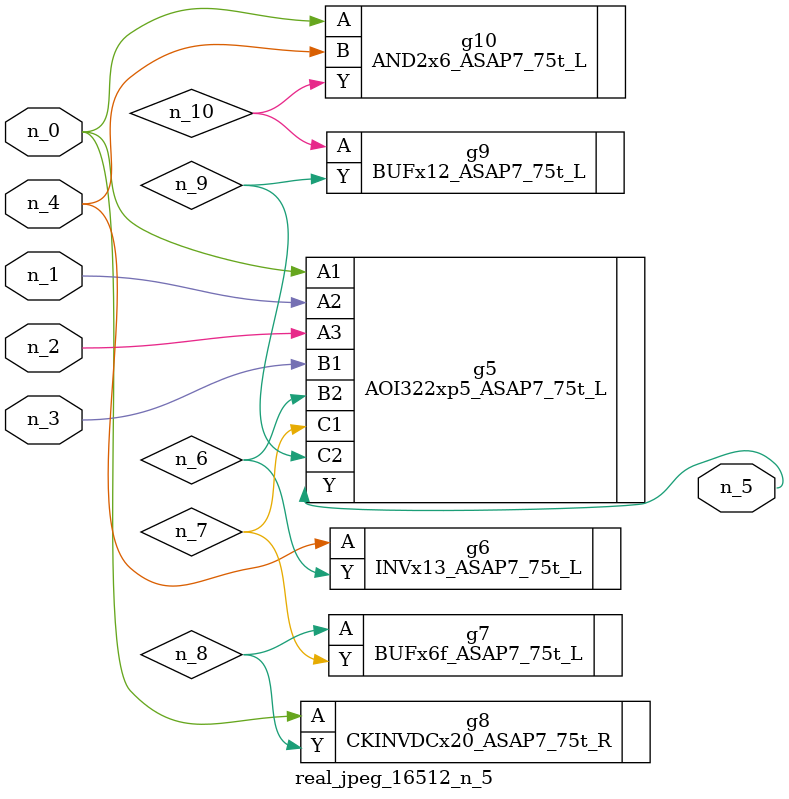
<source format=v>
module real_jpeg_16512_n_5 (n_4, n_0, n_1, n_2, n_3, n_5);

input n_4;
input n_0;
input n_1;
input n_2;
input n_3;

output n_5;

wire n_8;
wire n_6;
wire n_7;
wire n_10;
wire n_9;

AOI322xp5_ASAP7_75t_L g5 ( 
.A1(n_0),
.A2(n_1),
.A3(n_2),
.B1(n_3),
.B2(n_6),
.C1(n_7),
.C2(n_9),
.Y(n_5)
);

CKINVDCx20_ASAP7_75t_R g8 ( 
.A(n_0),
.Y(n_8)
);

AND2x6_ASAP7_75t_L g10 ( 
.A(n_0),
.B(n_4),
.Y(n_10)
);

INVx13_ASAP7_75t_L g6 ( 
.A(n_4),
.Y(n_6)
);

BUFx6f_ASAP7_75t_L g7 ( 
.A(n_8),
.Y(n_7)
);

BUFx12_ASAP7_75t_L g9 ( 
.A(n_10),
.Y(n_9)
);


endmodule
</source>
